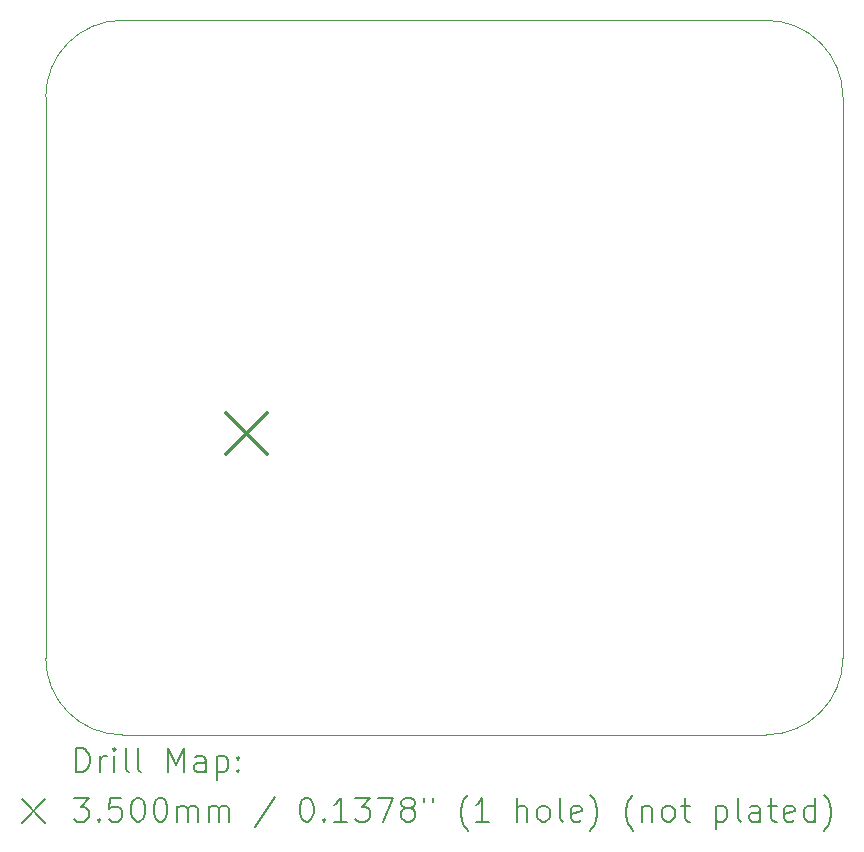
<source format=gbr>
%TF.GenerationSoftware,KiCad,Pcbnew,8.0.5-8.0.5-0~ubuntu24.04.1*%
%TF.CreationDate,2024-09-30T22:36:01+02:00*%
%TF.ProjectId,ESP32-C3_LED_driver_PCB,45535033-322d-4433-935f-4c45445f6472,v1.0*%
%TF.SameCoordinates,Original*%
%TF.FileFunction,Drillmap*%
%TF.FilePolarity,Positive*%
%FSLAX45Y45*%
G04 Gerber Fmt 4.5, Leading zero omitted, Abs format (unit mm)*
G04 Created by KiCad (PCBNEW 8.0.5-8.0.5-0~ubuntu24.04.1) date 2024-09-30 22:36:01*
%MOMM*%
%LPD*%
G01*
G04 APERTURE LIST*
%ADD10C,0.050000*%
%ADD11C,0.200000*%
%ADD12C,0.350000*%
G04 APERTURE END LIST*
D10*
X10050000Y-6700000D02*
X10050000Y-11450000D01*
X16150000Y-6050000D02*
X10700000Y-6050000D01*
X16800000Y-11450000D02*
X16800000Y-6700000D01*
X10700000Y-12100000D02*
X16150000Y-12100000D01*
X10050000Y-6700000D02*
G75*
G02*
X10700000Y-6050000I650000J0D01*
G01*
X10700000Y-12100000D02*
G75*
G02*
X10050000Y-11450000I0J650000D01*
G01*
X16800000Y-11450000D02*
G75*
G02*
X16150000Y-12100000I-650000J0D01*
G01*
X16150000Y-6050000D02*
G75*
G02*
X16800000Y-6700000I0J-650000D01*
G01*
D11*
D12*
X11575000Y-9372000D02*
X11925000Y-9722000D01*
X11925000Y-9372000D02*
X11575000Y-9722000D01*
D11*
X10308277Y-12413984D02*
X10308277Y-12213984D01*
X10308277Y-12213984D02*
X10355896Y-12213984D01*
X10355896Y-12213984D02*
X10384467Y-12223508D01*
X10384467Y-12223508D02*
X10403515Y-12242555D01*
X10403515Y-12242555D02*
X10413039Y-12261603D01*
X10413039Y-12261603D02*
X10422563Y-12299698D01*
X10422563Y-12299698D02*
X10422563Y-12328269D01*
X10422563Y-12328269D02*
X10413039Y-12366365D01*
X10413039Y-12366365D02*
X10403515Y-12385412D01*
X10403515Y-12385412D02*
X10384467Y-12404460D01*
X10384467Y-12404460D02*
X10355896Y-12413984D01*
X10355896Y-12413984D02*
X10308277Y-12413984D01*
X10508277Y-12413984D02*
X10508277Y-12280650D01*
X10508277Y-12318746D02*
X10517801Y-12299698D01*
X10517801Y-12299698D02*
X10527324Y-12290174D01*
X10527324Y-12290174D02*
X10546372Y-12280650D01*
X10546372Y-12280650D02*
X10565420Y-12280650D01*
X10632086Y-12413984D02*
X10632086Y-12280650D01*
X10632086Y-12213984D02*
X10622563Y-12223508D01*
X10622563Y-12223508D02*
X10632086Y-12233031D01*
X10632086Y-12233031D02*
X10641610Y-12223508D01*
X10641610Y-12223508D02*
X10632086Y-12213984D01*
X10632086Y-12213984D02*
X10632086Y-12233031D01*
X10755896Y-12413984D02*
X10736848Y-12404460D01*
X10736848Y-12404460D02*
X10727324Y-12385412D01*
X10727324Y-12385412D02*
X10727324Y-12213984D01*
X10860658Y-12413984D02*
X10841610Y-12404460D01*
X10841610Y-12404460D02*
X10832086Y-12385412D01*
X10832086Y-12385412D02*
X10832086Y-12213984D01*
X11089229Y-12413984D02*
X11089229Y-12213984D01*
X11089229Y-12213984D02*
X11155896Y-12356841D01*
X11155896Y-12356841D02*
X11222562Y-12213984D01*
X11222562Y-12213984D02*
X11222562Y-12413984D01*
X11403515Y-12413984D02*
X11403515Y-12309222D01*
X11403515Y-12309222D02*
X11393991Y-12290174D01*
X11393991Y-12290174D02*
X11374943Y-12280650D01*
X11374943Y-12280650D02*
X11336848Y-12280650D01*
X11336848Y-12280650D02*
X11317801Y-12290174D01*
X11403515Y-12404460D02*
X11384467Y-12413984D01*
X11384467Y-12413984D02*
X11336848Y-12413984D01*
X11336848Y-12413984D02*
X11317801Y-12404460D01*
X11317801Y-12404460D02*
X11308277Y-12385412D01*
X11308277Y-12385412D02*
X11308277Y-12366365D01*
X11308277Y-12366365D02*
X11317801Y-12347317D01*
X11317801Y-12347317D02*
X11336848Y-12337793D01*
X11336848Y-12337793D02*
X11384467Y-12337793D01*
X11384467Y-12337793D02*
X11403515Y-12328269D01*
X11498753Y-12280650D02*
X11498753Y-12480650D01*
X11498753Y-12290174D02*
X11517801Y-12280650D01*
X11517801Y-12280650D02*
X11555896Y-12280650D01*
X11555896Y-12280650D02*
X11574943Y-12290174D01*
X11574943Y-12290174D02*
X11584467Y-12299698D01*
X11584467Y-12299698D02*
X11593991Y-12318746D01*
X11593991Y-12318746D02*
X11593991Y-12375888D01*
X11593991Y-12375888D02*
X11584467Y-12394936D01*
X11584467Y-12394936D02*
X11574943Y-12404460D01*
X11574943Y-12404460D02*
X11555896Y-12413984D01*
X11555896Y-12413984D02*
X11517801Y-12413984D01*
X11517801Y-12413984D02*
X11498753Y-12404460D01*
X11679705Y-12394936D02*
X11689229Y-12404460D01*
X11689229Y-12404460D02*
X11679705Y-12413984D01*
X11679705Y-12413984D02*
X11670182Y-12404460D01*
X11670182Y-12404460D02*
X11679705Y-12394936D01*
X11679705Y-12394936D02*
X11679705Y-12413984D01*
X11679705Y-12290174D02*
X11689229Y-12299698D01*
X11689229Y-12299698D02*
X11679705Y-12309222D01*
X11679705Y-12309222D02*
X11670182Y-12299698D01*
X11670182Y-12299698D02*
X11679705Y-12290174D01*
X11679705Y-12290174D02*
X11679705Y-12309222D01*
X9847500Y-12642500D02*
X10047500Y-12842500D01*
X10047500Y-12642500D02*
X9847500Y-12842500D01*
X10289229Y-12633984D02*
X10413039Y-12633984D01*
X10413039Y-12633984D02*
X10346372Y-12710174D01*
X10346372Y-12710174D02*
X10374944Y-12710174D01*
X10374944Y-12710174D02*
X10393991Y-12719698D01*
X10393991Y-12719698D02*
X10403515Y-12729222D01*
X10403515Y-12729222D02*
X10413039Y-12748269D01*
X10413039Y-12748269D02*
X10413039Y-12795888D01*
X10413039Y-12795888D02*
X10403515Y-12814936D01*
X10403515Y-12814936D02*
X10393991Y-12824460D01*
X10393991Y-12824460D02*
X10374944Y-12833984D01*
X10374944Y-12833984D02*
X10317801Y-12833984D01*
X10317801Y-12833984D02*
X10298753Y-12824460D01*
X10298753Y-12824460D02*
X10289229Y-12814936D01*
X10498753Y-12814936D02*
X10508277Y-12824460D01*
X10508277Y-12824460D02*
X10498753Y-12833984D01*
X10498753Y-12833984D02*
X10489229Y-12824460D01*
X10489229Y-12824460D02*
X10498753Y-12814936D01*
X10498753Y-12814936D02*
X10498753Y-12833984D01*
X10689229Y-12633984D02*
X10593991Y-12633984D01*
X10593991Y-12633984D02*
X10584467Y-12729222D01*
X10584467Y-12729222D02*
X10593991Y-12719698D01*
X10593991Y-12719698D02*
X10613039Y-12710174D01*
X10613039Y-12710174D02*
X10660658Y-12710174D01*
X10660658Y-12710174D02*
X10679705Y-12719698D01*
X10679705Y-12719698D02*
X10689229Y-12729222D01*
X10689229Y-12729222D02*
X10698753Y-12748269D01*
X10698753Y-12748269D02*
X10698753Y-12795888D01*
X10698753Y-12795888D02*
X10689229Y-12814936D01*
X10689229Y-12814936D02*
X10679705Y-12824460D01*
X10679705Y-12824460D02*
X10660658Y-12833984D01*
X10660658Y-12833984D02*
X10613039Y-12833984D01*
X10613039Y-12833984D02*
X10593991Y-12824460D01*
X10593991Y-12824460D02*
X10584467Y-12814936D01*
X10822563Y-12633984D02*
X10841610Y-12633984D01*
X10841610Y-12633984D02*
X10860658Y-12643508D01*
X10860658Y-12643508D02*
X10870182Y-12653031D01*
X10870182Y-12653031D02*
X10879705Y-12672079D01*
X10879705Y-12672079D02*
X10889229Y-12710174D01*
X10889229Y-12710174D02*
X10889229Y-12757793D01*
X10889229Y-12757793D02*
X10879705Y-12795888D01*
X10879705Y-12795888D02*
X10870182Y-12814936D01*
X10870182Y-12814936D02*
X10860658Y-12824460D01*
X10860658Y-12824460D02*
X10841610Y-12833984D01*
X10841610Y-12833984D02*
X10822563Y-12833984D01*
X10822563Y-12833984D02*
X10803515Y-12824460D01*
X10803515Y-12824460D02*
X10793991Y-12814936D01*
X10793991Y-12814936D02*
X10784467Y-12795888D01*
X10784467Y-12795888D02*
X10774944Y-12757793D01*
X10774944Y-12757793D02*
X10774944Y-12710174D01*
X10774944Y-12710174D02*
X10784467Y-12672079D01*
X10784467Y-12672079D02*
X10793991Y-12653031D01*
X10793991Y-12653031D02*
X10803515Y-12643508D01*
X10803515Y-12643508D02*
X10822563Y-12633984D01*
X11013039Y-12633984D02*
X11032086Y-12633984D01*
X11032086Y-12633984D02*
X11051134Y-12643508D01*
X11051134Y-12643508D02*
X11060658Y-12653031D01*
X11060658Y-12653031D02*
X11070182Y-12672079D01*
X11070182Y-12672079D02*
X11079705Y-12710174D01*
X11079705Y-12710174D02*
X11079705Y-12757793D01*
X11079705Y-12757793D02*
X11070182Y-12795888D01*
X11070182Y-12795888D02*
X11060658Y-12814936D01*
X11060658Y-12814936D02*
X11051134Y-12824460D01*
X11051134Y-12824460D02*
X11032086Y-12833984D01*
X11032086Y-12833984D02*
X11013039Y-12833984D01*
X11013039Y-12833984D02*
X10993991Y-12824460D01*
X10993991Y-12824460D02*
X10984467Y-12814936D01*
X10984467Y-12814936D02*
X10974944Y-12795888D01*
X10974944Y-12795888D02*
X10965420Y-12757793D01*
X10965420Y-12757793D02*
X10965420Y-12710174D01*
X10965420Y-12710174D02*
X10974944Y-12672079D01*
X10974944Y-12672079D02*
X10984467Y-12653031D01*
X10984467Y-12653031D02*
X10993991Y-12643508D01*
X10993991Y-12643508D02*
X11013039Y-12633984D01*
X11165420Y-12833984D02*
X11165420Y-12700650D01*
X11165420Y-12719698D02*
X11174944Y-12710174D01*
X11174944Y-12710174D02*
X11193991Y-12700650D01*
X11193991Y-12700650D02*
X11222563Y-12700650D01*
X11222563Y-12700650D02*
X11241610Y-12710174D01*
X11241610Y-12710174D02*
X11251134Y-12729222D01*
X11251134Y-12729222D02*
X11251134Y-12833984D01*
X11251134Y-12729222D02*
X11260658Y-12710174D01*
X11260658Y-12710174D02*
X11279705Y-12700650D01*
X11279705Y-12700650D02*
X11308277Y-12700650D01*
X11308277Y-12700650D02*
X11327324Y-12710174D01*
X11327324Y-12710174D02*
X11336848Y-12729222D01*
X11336848Y-12729222D02*
X11336848Y-12833984D01*
X11432086Y-12833984D02*
X11432086Y-12700650D01*
X11432086Y-12719698D02*
X11441610Y-12710174D01*
X11441610Y-12710174D02*
X11460658Y-12700650D01*
X11460658Y-12700650D02*
X11489229Y-12700650D01*
X11489229Y-12700650D02*
X11508277Y-12710174D01*
X11508277Y-12710174D02*
X11517801Y-12729222D01*
X11517801Y-12729222D02*
X11517801Y-12833984D01*
X11517801Y-12729222D02*
X11527324Y-12710174D01*
X11527324Y-12710174D02*
X11546372Y-12700650D01*
X11546372Y-12700650D02*
X11574943Y-12700650D01*
X11574943Y-12700650D02*
X11593991Y-12710174D01*
X11593991Y-12710174D02*
X11603515Y-12729222D01*
X11603515Y-12729222D02*
X11603515Y-12833984D01*
X11993991Y-12624460D02*
X11822563Y-12881603D01*
X12251134Y-12633984D02*
X12270182Y-12633984D01*
X12270182Y-12633984D02*
X12289229Y-12643508D01*
X12289229Y-12643508D02*
X12298753Y-12653031D01*
X12298753Y-12653031D02*
X12308277Y-12672079D01*
X12308277Y-12672079D02*
X12317801Y-12710174D01*
X12317801Y-12710174D02*
X12317801Y-12757793D01*
X12317801Y-12757793D02*
X12308277Y-12795888D01*
X12308277Y-12795888D02*
X12298753Y-12814936D01*
X12298753Y-12814936D02*
X12289229Y-12824460D01*
X12289229Y-12824460D02*
X12270182Y-12833984D01*
X12270182Y-12833984D02*
X12251134Y-12833984D01*
X12251134Y-12833984D02*
X12232086Y-12824460D01*
X12232086Y-12824460D02*
X12222563Y-12814936D01*
X12222563Y-12814936D02*
X12213039Y-12795888D01*
X12213039Y-12795888D02*
X12203515Y-12757793D01*
X12203515Y-12757793D02*
X12203515Y-12710174D01*
X12203515Y-12710174D02*
X12213039Y-12672079D01*
X12213039Y-12672079D02*
X12222563Y-12653031D01*
X12222563Y-12653031D02*
X12232086Y-12643508D01*
X12232086Y-12643508D02*
X12251134Y-12633984D01*
X12403515Y-12814936D02*
X12413039Y-12824460D01*
X12413039Y-12824460D02*
X12403515Y-12833984D01*
X12403515Y-12833984D02*
X12393991Y-12824460D01*
X12393991Y-12824460D02*
X12403515Y-12814936D01*
X12403515Y-12814936D02*
X12403515Y-12833984D01*
X12603515Y-12833984D02*
X12489229Y-12833984D01*
X12546372Y-12833984D02*
X12546372Y-12633984D01*
X12546372Y-12633984D02*
X12527325Y-12662555D01*
X12527325Y-12662555D02*
X12508277Y-12681603D01*
X12508277Y-12681603D02*
X12489229Y-12691127D01*
X12670182Y-12633984D02*
X12793991Y-12633984D01*
X12793991Y-12633984D02*
X12727325Y-12710174D01*
X12727325Y-12710174D02*
X12755896Y-12710174D01*
X12755896Y-12710174D02*
X12774944Y-12719698D01*
X12774944Y-12719698D02*
X12784467Y-12729222D01*
X12784467Y-12729222D02*
X12793991Y-12748269D01*
X12793991Y-12748269D02*
X12793991Y-12795888D01*
X12793991Y-12795888D02*
X12784467Y-12814936D01*
X12784467Y-12814936D02*
X12774944Y-12824460D01*
X12774944Y-12824460D02*
X12755896Y-12833984D01*
X12755896Y-12833984D02*
X12698753Y-12833984D01*
X12698753Y-12833984D02*
X12679706Y-12824460D01*
X12679706Y-12824460D02*
X12670182Y-12814936D01*
X12860658Y-12633984D02*
X12993991Y-12633984D01*
X12993991Y-12633984D02*
X12908277Y-12833984D01*
X13098753Y-12719698D02*
X13079706Y-12710174D01*
X13079706Y-12710174D02*
X13070182Y-12700650D01*
X13070182Y-12700650D02*
X13060658Y-12681603D01*
X13060658Y-12681603D02*
X13060658Y-12672079D01*
X13060658Y-12672079D02*
X13070182Y-12653031D01*
X13070182Y-12653031D02*
X13079706Y-12643508D01*
X13079706Y-12643508D02*
X13098753Y-12633984D01*
X13098753Y-12633984D02*
X13136848Y-12633984D01*
X13136848Y-12633984D02*
X13155896Y-12643508D01*
X13155896Y-12643508D02*
X13165420Y-12653031D01*
X13165420Y-12653031D02*
X13174944Y-12672079D01*
X13174944Y-12672079D02*
X13174944Y-12681603D01*
X13174944Y-12681603D02*
X13165420Y-12700650D01*
X13165420Y-12700650D02*
X13155896Y-12710174D01*
X13155896Y-12710174D02*
X13136848Y-12719698D01*
X13136848Y-12719698D02*
X13098753Y-12719698D01*
X13098753Y-12719698D02*
X13079706Y-12729222D01*
X13079706Y-12729222D02*
X13070182Y-12738746D01*
X13070182Y-12738746D02*
X13060658Y-12757793D01*
X13060658Y-12757793D02*
X13060658Y-12795888D01*
X13060658Y-12795888D02*
X13070182Y-12814936D01*
X13070182Y-12814936D02*
X13079706Y-12824460D01*
X13079706Y-12824460D02*
X13098753Y-12833984D01*
X13098753Y-12833984D02*
X13136848Y-12833984D01*
X13136848Y-12833984D02*
X13155896Y-12824460D01*
X13155896Y-12824460D02*
X13165420Y-12814936D01*
X13165420Y-12814936D02*
X13174944Y-12795888D01*
X13174944Y-12795888D02*
X13174944Y-12757793D01*
X13174944Y-12757793D02*
X13165420Y-12738746D01*
X13165420Y-12738746D02*
X13155896Y-12729222D01*
X13155896Y-12729222D02*
X13136848Y-12719698D01*
X13251134Y-12633984D02*
X13251134Y-12672079D01*
X13327325Y-12633984D02*
X13327325Y-12672079D01*
X13622563Y-12910174D02*
X13613039Y-12900650D01*
X13613039Y-12900650D02*
X13593991Y-12872079D01*
X13593991Y-12872079D02*
X13584468Y-12853031D01*
X13584468Y-12853031D02*
X13574944Y-12824460D01*
X13574944Y-12824460D02*
X13565420Y-12776841D01*
X13565420Y-12776841D02*
X13565420Y-12738746D01*
X13565420Y-12738746D02*
X13574944Y-12691127D01*
X13574944Y-12691127D02*
X13584468Y-12662555D01*
X13584468Y-12662555D02*
X13593991Y-12643508D01*
X13593991Y-12643508D02*
X13613039Y-12614936D01*
X13613039Y-12614936D02*
X13622563Y-12605412D01*
X13803515Y-12833984D02*
X13689229Y-12833984D01*
X13746372Y-12833984D02*
X13746372Y-12633984D01*
X13746372Y-12633984D02*
X13727325Y-12662555D01*
X13727325Y-12662555D02*
X13708277Y-12681603D01*
X13708277Y-12681603D02*
X13689229Y-12691127D01*
X14041610Y-12833984D02*
X14041610Y-12633984D01*
X14127325Y-12833984D02*
X14127325Y-12729222D01*
X14127325Y-12729222D02*
X14117801Y-12710174D01*
X14117801Y-12710174D02*
X14098753Y-12700650D01*
X14098753Y-12700650D02*
X14070182Y-12700650D01*
X14070182Y-12700650D02*
X14051134Y-12710174D01*
X14051134Y-12710174D02*
X14041610Y-12719698D01*
X14251134Y-12833984D02*
X14232087Y-12824460D01*
X14232087Y-12824460D02*
X14222563Y-12814936D01*
X14222563Y-12814936D02*
X14213039Y-12795888D01*
X14213039Y-12795888D02*
X14213039Y-12738746D01*
X14213039Y-12738746D02*
X14222563Y-12719698D01*
X14222563Y-12719698D02*
X14232087Y-12710174D01*
X14232087Y-12710174D02*
X14251134Y-12700650D01*
X14251134Y-12700650D02*
X14279706Y-12700650D01*
X14279706Y-12700650D02*
X14298753Y-12710174D01*
X14298753Y-12710174D02*
X14308277Y-12719698D01*
X14308277Y-12719698D02*
X14317801Y-12738746D01*
X14317801Y-12738746D02*
X14317801Y-12795888D01*
X14317801Y-12795888D02*
X14308277Y-12814936D01*
X14308277Y-12814936D02*
X14298753Y-12824460D01*
X14298753Y-12824460D02*
X14279706Y-12833984D01*
X14279706Y-12833984D02*
X14251134Y-12833984D01*
X14432087Y-12833984D02*
X14413039Y-12824460D01*
X14413039Y-12824460D02*
X14403515Y-12805412D01*
X14403515Y-12805412D02*
X14403515Y-12633984D01*
X14584468Y-12824460D02*
X14565420Y-12833984D01*
X14565420Y-12833984D02*
X14527325Y-12833984D01*
X14527325Y-12833984D02*
X14508277Y-12824460D01*
X14508277Y-12824460D02*
X14498753Y-12805412D01*
X14498753Y-12805412D02*
X14498753Y-12729222D01*
X14498753Y-12729222D02*
X14508277Y-12710174D01*
X14508277Y-12710174D02*
X14527325Y-12700650D01*
X14527325Y-12700650D02*
X14565420Y-12700650D01*
X14565420Y-12700650D02*
X14584468Y-12710174D01*
X14584468Y-12710174D02*
X14593991Y-12729222D01*
X14593991Y-12729222D02*
X14593991Y-12748269D01*
X14593991Y-12748269D02*
X14498753Y-12767317D01*
X14660658Y-12910174D02*
X14670182Y-12900650D01*
X14670182Y-12900650D02*
X14689230Y-12872079D01*
X14689230Y-12872079D02*
X14698753Y-12853031D01*
X14698753Y-12853031D02*
X14708277Y-12824460D01*
X14708277Y-12824460D02*
X14717801Y-12776841D01*
X14717801Y-12776841D02*
X14717801Y-12738746D01*
X14717801Y-12738746D02*
X14708277Y-12691127D01*
X14708277Y-12691127D02*
X14698753Y-12662555D01*
X14698753Y-12662555D02*
X14689230Y-12643508D01*
X14689230Y-12643508D02*
X14670182Y-12614936D01*
X14670182Y-12614936D02*
X14660658Y-12605412D01*
X15022563Y-12910174D02*
X15013039Y-12900650D01*
X15013039Y-12900650D02*
X14993991Y-12872079D01*
X14993991Y-12872079D02*
X14984468Y-12853031D01*
X14984468Y-12853031D02*
X14974944Y-12824460D01*
X14974944Y-12824460D02*
X14965420Y-12776841D01*
X14965420Y-12776841D02*
X14965420Y-12738746D01*
X14965420Y-12738746D02*
X14974944Y-12691127D01*
X14974944Y-12691127D02*
X14984468Y-12662555D01*
X14984468Y-12662555D02*
X14993991Y-12643508D01*
X14993991Y-12643508D02*
X15013039Y-12614936D01*
X15013039Y-12614936D02*
X15022563Y-12605412D01*
X15098753Y-12700650D02*
X15098753Y-12833984D01*
X15098753Y-12719698D02*
X15108277Y-12710174D01*
X15108277Y-12710174D02*
X15127325Y-12700650D01*
X15127325Y-12700650D02*
X15155896Y-12700650D01*
X15155896Y-12700650D02*
X15174944Y-12710174D01*
X15174944Y-12710174D02*
X15184468Y-12729222D01*
X15184468Y-12729222D02*
X15184468Y-12833984D01*
X15308277Y-12833984D02*
X15289230Y-12824460D01*
X15289230Y-12824460D02*
X15279706Y-12814936D01*
X15279706Y-12814936D02*
X15270182Y-12795888D01*
X15270182Y-12795888D02*
X15270182Y-12738746D01*
X15270182Y-12738746D02*
X15279706Y-12719698D01*
X15279706Y-12719698D02*
X15289230Y-12710174D01*
X15289230Y-12710174D02*
X15308277Y-12700650D01*
X15308277Y-12700650D02*
X15336849Y-12700650D01*
X15336849Y-12700650D02*
X15355896Y-12710174D01*
X15355896Y-12710174D02*
X15365420Y-12719698D01*
X15365420Y-12719698D02*
X15374944Y-12738746D01*
X15374944Y-12738746D02*
X15374944Y-12795888D01*
X15374944Y-12795888D02*
X15365420Y-12814936D01*
X15365420Y-12814936D02*
X15355896Y-12824460D01*
X15355896Y-12824460D02*
X15336849Y-12833984D01*
X15336849Y-12833984D02*
X15308277Y-12833984D01*
X15432087Y-12700650D02*
X15508277Y-12700650D01*
X15460658Y-12633984D02*
X15460658Y-12805412D01*
X15460658Y-12805412D02*
X15470182Y-12824460D01*
X15470182Y-12824460D02*
X15489230Y-12833984D01*
X15489230Y-12833984D02*
X15508277Y-12833984D01*
X15727325Y-12700650D02*
X15727325Y-12900650D01*
X15727325Y-12710174D02*
X15746372Y-12700650D01*
X15746372Y-12700650D02*
X15784468Y-12700650D01*
X15784468Y-12700650D02*
X15803515Y-12710174D01*
X15803515Y-12710174D02*
X15813039Y-12719698D01*
X15813039Y-12719698D02*
X15822563Y-12738746D01*
X15822563Y-12738746D02*
X15822563Y-12795888D01*
X15822563Y-12795888D02*
X15813039Y-12814936D01*
X15813039Y-12814936D02*
X15803515Y-12824460D01*
X15803515Y-12824460D02*
X15784468Y-12833984D01*
X15784468Y-12833984D02*
X15746372Y-12833984D01*
X15746372Y-12833984D02*
X15727325Y-12824460D01*
X15936849Y-12833984D02*
X15917801Y-12824460D01*
X15917801Y-12824460D02*
X15908277Y-12805412D01*
X15908277Y-12805412D02*
X15908277Y-12633984D01*
X16098753Y-12833984D02*
X16098753Y-12729222D01*
X16098753Y-12729222D02*
X16089230Y-12710174D01*
X16089230Y-12710174D02*
X16070182Y-12700650D01*
X16070182Y-12700650D02*
X16032087Y-12700650D01*
X16032087Y-12700650D02*
X16013039Y-12710174D01*
X16098753Y-12824460D02*
X16079706Y-12833984D01*
X16079706Y-12833984D02*
X16032087Y-12833984D01*
X16032087Y-12833984D02*
X16013039Y-12824460D01*
X16013039Y-12824460D02*
X16003515Y-12805412D01*
X16003515Y-12805412D02*
X16003515Y-12786365D01*
X16003515Y-12786365D02*
X16013039Y-12767317D01*
X16013039Y-12767317D02*
X16032087Y-12757793D01*
X16032087Y-12757793D02*
X16079706Y-12757793D01*
X16079706Y-12757793D02*
X16098753Y-12748269D01*
X16165420Y-12700650D02*
X16241611Y-12700650D01*
X16193992Y-12633984D02*
X16193992Y-12805412D01*
X16193992Y-12805412D02*
X16203515Y-12824460D01*
X16203515Y-12824460D02*
X16222563Y-12833984D01*
X16222563Y-12833984D02*
X16241611Y-12833984D01*
X16384468Y-12824460D02*
X16365420Y-12833984D01*
X16365420Y-12833984D02*
X16327325Y-12833984D01*
X16327325Y-12833984D02*
X16308277Y-12824460D01*
X16308277Y-12824460D02*
X16298753Y-12805412D01*
X16298753Y-12805412D02*
X16298753Y-12729222D01*
X16298753Y-12729222D02*
X16308277Y-12710174D01*
X16308277Y-12710174D02*
X16327325Y-12700650D01*
X16327325Y-12700650D02*
X16365420Y-12700650D01*
X16365420Y-12700650D02*
X16384468Y-12710174D01*
X16384468Y-12710174D02*
X16393992Y-12729222D01*
X16393992Y-12729222D02*
X16393992Y-12748269D01*
X16393992Y-12748269D02*
X16298753Y-12767317D01*
X16565420Y-12833984D02*
X16565420Y-12633984D01*
X16565420Y-12824460D02*
X16546373Y-12833984D01*
X16546373Y-12833984D02*
X16508277Y-12833984D01*
X16508277Y-12833984D02*
X16489230Y-12824460D01*
X16489230Y-12824460D02*
X16479706Y-12814936D01*
X16479706Y-12814936D02*
X16470182Y-12795888D01*
X16470182Y-12795888D02*
X16470182Y-12738746D01*
X16470182Y-12738746D02*
X16479706Y-12719698D01*
X16479706Y-12719698D02*
X16489230Y-12710174D01*
X16489230Y-12710174D02*
X16508277Y-12700650D01*
X16508277Y-12700650D02*
X16546373Y-12700650D01*
X16546373Y-12700650D02*
X16565420Y-12710174D01*
X16641611Y-12910174D02*
X16651134Y-12900650D01*
X16651134Y-12900650D02*
X16670182Y-12872079D01*
X16670182Y-12872079D02*
X16679706Y-12853031D01*
X16679706Y-12853031D02*
X16689230Y-12824460D01*
X16689230Y-12824460D02*
X16698753Y-12776841D01*
X16698753Y-12776841D02*
X16698753Y-12738746D01*
X16698753Y-12738746D02*
X16689230Y-12691127D01*
X16689230Y-12691127D02*
X16679706Y-12662555D01*
X16679706Y-12662555D02*
X16670182Y-12643508D01*
X16670182Y-12643508D02*
X16651134Y-12614936D01*
X16651134Y-12614936D02*
X16641611Y-12605412D01*
M02*

</source>
